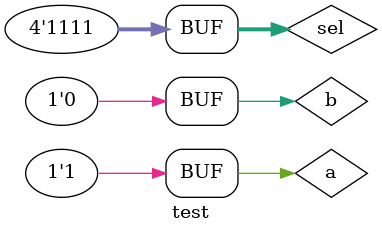
<source format=v>
module test;
  reg a, b;
  reg [0:3]sel;
  wire carry;
  wire out;
  
  alu a1(a, b, sel, carry, out);
  initial begin
    a = 1'b1;
    b = 1'b0;
    sel = 4'h0; #100
    sel = 4'h1; #100
    sel = 4'h2; #100
    sel = 4'h3; #100
    sel = 4'h4; #100
    sel = 4'h5; #100
    sel = 4'h6; #100
    sel = 4'h7; #100
    sel = 4'h8; #100
    sel = 4'h9; #100
    sel = 4'hA; #100
    sel = 4'hB; #100
    sel = 4'hC; #100
    sel = 4'hD; #100
    sel = 4'hE; #100
    sel = 4'hF;
  end
 
  initial begin
    $dumpfile("dump.vcd");
    $dumpvars(1);
  end
endmodule
</source>
